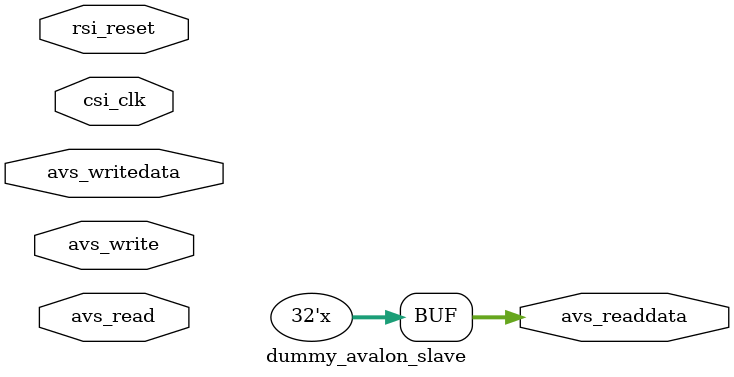
<source format=v>
module dummy_avalon_slave(
	input wire csi_clk,
	input wire rsi_reset,
	input wire avs_read,
	output wire [31:0] avs_readdata,
	input wire avs_write,
	input wire [31:0] avs_writedata
);
	assign avs_readdata = 32'hxxxxxxxx;
endmodule

</source>
